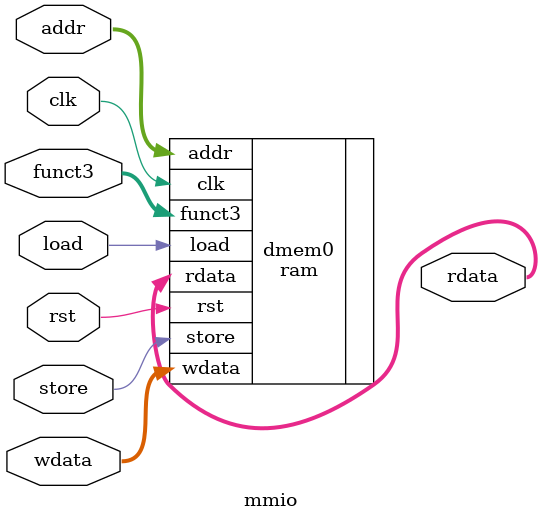
<source format=sv>
module mmio (
    input clk, rst,

    input load, store,
    input [2:0] funct3,

    input [31:0] addr,
    input [31:0] wdata,
    output reg [31:0] rdata
);

    ram dmem0(
        .clk(clk), .rst(rst),
        .load(load), .store(store),
        .funct3(funct3),
        .addr(addr), .wdata(wdata), .rdata(rdata)
    );

endmodule

</source>
